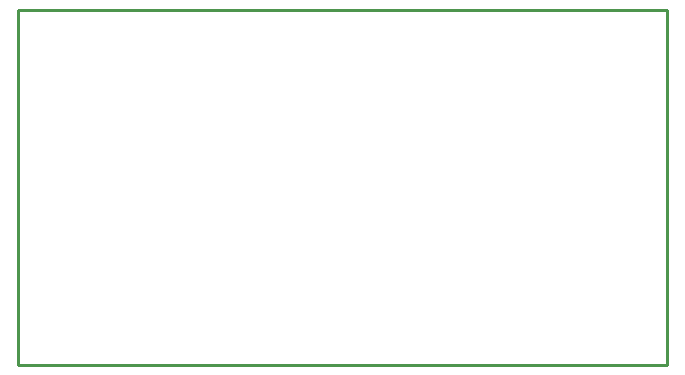
<source format=gko>
G04*
G04 #@! TF.GenerationSoftware,Altium Limited,Altium Designer,19.0.14 (431)*
G04*
G04 Layer_Color=16711935*
%FSLAX25Y25*%
%MOIN*%
G70*
G01*
G75*
%ADD11C,0.01000*%
D11*
X0Y0D02*
Y118110D01*
Y0D02*
X216535D01*
Y118110D01*
X0D02*
X216535D01*
M02*

</source>
